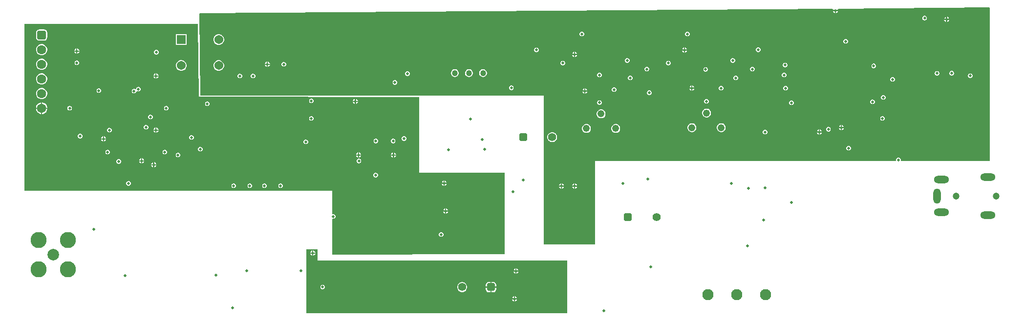
<source format=gbr>
G04*
G04 #@! TF.GenerationSoftware,Altium Limited,Altium Designer,25.5.2 (35)*
G04*
G04 Layer_Physical_Order=3*
G04 Layer_Color=16440176*
%FSLAX44Y44*%
%MOMM*%
G71*
G04*
G04 #@! TF.SameCoordinates,F6FF292E-385D-4CED-94FC-DDC138C61579*
G04*
G04*
G04 #@! TF.FilePolarity,Positive*
G04*
G01*
G75*
%ADD130R,1.5400X1.5400*%
%ADD131C,1.5400*%
%ADD146C,2.8000*%
%ADD147C,1.4000*%
%ADD148C,1.6000*%
%ADD149O,1.3080X2.6160*%
%ADD150C,1.9500*%
G04:AMPARAMS|DCode=151|XSize=1.4mm|YSize=1.4mm|CornerRadius=0.35mm|HoleSize=0mm|Usage=FLASHONLY|Rotation=180.000|XOffset=0mm|YOffset=0mm|HoleType=Round|Shape=RoundedRectangle|*
%AMROUNDEDRECTD151*
21,1,1.4000,0.7000,0,0,180.0*
21,1,0.7000,1.4000,0,0,180.0*
1,1,0.7000,-0.3500,0.3500*
1,1,0.7000,0.3500,0.3500*
1,1,0.7000,0.3500,-0.3500*
1,1,0.7000,-0.3500,-0.3500*
%
%ADD151ROUNDEDRECTD151*%
%ADD153O,2.6160X1.3080*%
%ADD154C,1.2000*%
%ADD155C,1.2220*%
G04:AMPARAMS|DCode=157|XSize=1.6mm|YSize=1.6mm|CornerRadius=0.4mm|HoleSize=0mm|Usage=FLASHONLY|Rotation=270.000|XOffset=0mm|YOffset=0mm|HoleType=Round|Shape=RoundedRectangle|*
%AMROUNDEDRECTD157*
21,1,1.6000,0.8000,0,0,270.0*
21,1,0.8000,1.6000,0,0,270.0*
1,1,0.8000,-0.4000,-0.4000*
1,1,0.8000,-0.4000,0.4000*
1,1,0.8000,0.4000,0.4000*
1,1,0.8000,0.4000,-0.4000*
%
%ADD157ROUNDEDRECTD157*%
%ADD158C,2.0000*%
%ADD159C,1.0300*%
%ADD160C,0.5000*%
G36*
X1937512Y804001D02*
Y538480D01*
X1784070D01*
X1783036Y539966D01*
Y541566D01*
X1782424Y543043D01*
X1781293Y544174D01*
X1779816Y544786D01*
X1778216D01*
X1776739Y544174D01*
X1775608Y543043D01*
X1774996Y541566D01*
Y539966D01*
X1773962Y538480D01*
X1252982D01*
Y393700D01*
X1163828D01*
Y652526D01*
X568809D01*
X567382Y793804D01*
X568450Y794891D01*
X1664646Y803051D01*
X1665625Y801534D01*
X1665340Y800846D01*
X1674252D01*
X1673942Y801596D01*
X1674870Y803127D01*
X1936430Y805074D01*
X1937512Y804001D01*
D02*
G37*
G36*
X566269Y650708D02*
X947928Y649478D01*
Y518160D01*
X1096518D01*
Y378111D01*
X1095435Y377038D01*
X1072845Y377241D01*
X798640Y375925D01*
X797560Y377000D01*
Y437604D01*
X798792Y438428D01*
X800392D01*
X801869Y439040D01*
X803000Y440171D01*
X803612Y441648D01*
Y443248D01*
X803000Y444725D01*
X801869Y445856D01*
X800392Y446468D01*
X798792D01*
X797560Y447291D01*
Y486918D01*
X264160D01*
Y776478D01*
X565150D01*
X566269Y650708D01*
D02*
G37*
G36*
X772160Y365760D02*
X1204976D01*
Y274320D01*
X752856D01*
Y385318D01*
X772160D01*
Y365760D01*
D02*
G37*
%LPC*%
G36*
X1674252Y798846D02*
X1670796D01*
Y795389D01*
X1672345Y796031D01*
X1673611Y797297D01*
X1674252Y798846D01*
D02*
G37*
G36*
X1668796D02*
X1665340D01*
X1665981Y797297D01*
X1667247Y796031D01*
X1668796Y795389D01*
Y798846D01*
D02*
G37*
G36*
X1863328Y789062D02*
Y785606D01*
X1866785D01*
X1866143Y787155D01*
X1864877Y788421D01*
X1863328Y789062D01*
D02*
G37*
G36*
X1861328D02*
X1859779Y788421D01*
X1858513Y787155D01*
X1857872Y785606D01*
X1861328D01*
Y789062D01*
D02*
G37*
G36*
X1825028Y790658D02*
X1823428D01*
X1821951Y790046D01*
X1820820Y788915D01*
X1820208Y787438D01*
Y785838D01*
X1820820Y784361D01*
X1821951Y783230D01*
X1823428Y782618D01*
X1825028D01*
X1826505Y783230D01*
X1827636Y784361D01*
X1828248Y785838D01*
Y787438D01*
X1827636Y788915D01*
X1826505Y790046D01*
X1825028Y790658D01*
D02*
G37*
G36*
X1866785Y783606D02*
X1863328D01*
Y780150D01*
X1864877Y780791D01*
X1866143Y782057D01*
X1866785Y783606D01*
D02*
G37*
G36*
X1861328D02*
X1857872D01*
X1858513Y782057D01*
X1859779Y780791D01*
X1861328Y780150D01*
Y783606D01*
D02*
G37*
G36*
X1414056Y763226D02*
X1412456D01*
X1410979Y762614D01*
X1409848Y761483D01*
X1409236Y760006D01*
Y758406D01*
X1409848Y756929D01*
X1410979Y755798D01*
X1412456Y755186D01*
X1414056D01*
X1415533Y755798D01*
X1416664Y756929D01*
X1417276Y758406D01*
Y760006D01*
X1416664Y761483D01*
X1415533Y762614D01*
X1414056Y763226D01*
D02*
G37*
G36*
X1231176D02*
X1229576D01*
X1228099Y762614D01*
X1226968Y761483D01*
X1226356Y760006D01*
Y758406D01*
X1226968Y756929D01*
X1228099Y755798D01*
X1229576Y755186D01*
X1231176D01*
X1232653Y755798D01*
X1233784Y756929D01*
X1234396Y758406D01*
Y760006D01*
X1233784Y761483D01*
X1232653Y762614D01*
X1231176Y763226D01*
D02*
G37*
G36*
X1688376Y750526D02*
X1686776D01*
X1685299Y749914D01*
X1684168Y748783D01*
X1683556Y747306D01*
Y745706D01*
X1684168Y744229D01*
X1685299Y743098D01*
X1686776Y742486D01*
X1688376D01*
X1689853Y743098D01*
X1690984Y744229D01*
X1691596Y745706D01*
Y747306D01*
X1690984Y748783D01*
X1689853Y749914D01*
X1688376Y750526D01*
D02*
G37*
G36*
X602166Y758668D02*
X599738D01*
X597393Y758040D01*
X595291Y756826D01*
X593574Y755109D01*
X592360Y753007D01*
X591732Y750662D01*
Y748234D01*
X592360Y745889D01*
X593574Y743787D01*
X595291Y742070D01*
X597393Y740856D01*
X599738Y740228D01*
X602166D01*
X604511Y740856D01*
X606613Y742070D01*
X608330Y743787D01*
X609544Y745889D01*
X610172Y748234D01*
Y750662D01*
X609544Y753007D01*
X608330Y755109D01*
X606613Y756826D01*
X604511Y758040D01*
X602166Y758668D01*
D02*
G37*
G36*
X1409176Y735723D02*
Y732266D01*
X1412632D01*
X1411991Y733815D01*
X1410725Y735081D01*
X1409176Y735723D01*
D02*
G37*
G36*
X1407176D02*
X1405627Y735081D01*
X1404361Y733815D01*
X1403719Y732266D01*
X1407176D01*
Y735723D01*
D02*
G37*
G36*
X1536811Y736007D02*
X1535212D01*
X1533734Y735395D01*
X1532603Y734264D01*
X1531991Y732786D01*
Y731187D01*
X1532603Y729709D01*
X1533734Y728579D01*
X1535212Y727967D01*
X1536811D01*
X1538288Y728579D01*
X1539419Y729709D01*
X1540031Y731187D01*
Y732786D01*
X1539419Y734264D01*
X1538288Y735395D01*
X1536811Y736007D01*
D02*
G37*
G36*
X1152436Y735540D02*
X1150836D01*
X1149359Y734928D01*
X1148228Y733797D01*
X1147616Y732320D01*
Y730720D01*
X1148228Y729243D01*
X1149359Y728112D01*
X1150836Y727500D01*
X1152436D01*
X1153913Y728112D01*
X1155044Y729243D01*
X1155656Y730720D01*
Y732320D01*
X1155044Y733797D01*
X1153913Y734928D01*
X1152436Y735540D01*
D02*
G37*
G36*
X1412632Y730266D02*
X1409176D01*
Y726809D01*
X1410725Y727451D01*
X1411991Y728717D01*
X1412632Y730266D01*
D02*
G37*
G36*
X1407176D02*
X1403719D01*
X1404361Y728717D01*
X1405627Y727451D01*
X1407176Y726809D01*
Y730266D01*
D02*
G37*
G36*
X1218676Y728102D02*
Y724646D01*
X1222132D01*
X1221491Y726195D01*
X1220225Y727461D01*
X1218676Y728102D01*
D02*
G37*
G36*
X1216676D02*
X1215127Y727461D01*
X1213861Y726195D01*
X1213220Y724646D01*
X1216676D01*
Y728102D01*
D02*
G37*
G36*
X1222132Y722646D02*
X1218676D01*
Y719190D01*
X1220225Y719831D01*
X1221491Y721097D01*
X1222132Y722646D01*
D02*
G37*
G36*
X1216676D02*
X1213220D01*
X1213861Y721097D01*
X1215127Y719831D01*
X1216676Y719190D01*
Y722646D01*
D02*
G37*
G36*
X1492527Y717243D02*
X1490928D01*
X1489451Y716631D01*
X1488320Y715500D01*
X1487708Y714022D01*
Y712423D01*
X1488320Y710946D01*
X1489451Y709815D01*
X1490928Y709203D01*
X1492527D01*
X1494005Y709815D01*
X1495136Y710946D01*
X1495748Y712423D01*
Y714022D01*
X1495136Y715500D01*
X1494005Y716631D01*
X1492527Y717243D01*
D02*
G37*
G36*
X1309647D02*
X1308048D01*
X1306571Y716631D01*
X1305440Y715500D01*
X1304828Y714022D01*
Y712423D01*
X1305440Y710946D01*
X1306571Y709815D01*
X1308048Y709203D01*
X1309647D01*
X1311125Y709815D01*
X1312256Y710946D01*
X1312868Y712423D01*
Y714022D01*
X1312256Y715500D01*
X1311125Y716631D01*
X1309647Y717243D01*
D02*
G37*
G36*
X686292Y711085D02*
Y707628D01*
X689749D01*
X689107Y709177D01*
X687841Y710443D01*
X686292Y711085D01*
D02*
G37*
G36*
X684292D02*
X682743Y710443D01*
X681477Y709177D01*
X680835Y707628D01*
X684292D01*
Y711085D01*
D02*
G37*
G36*
X1381039Y712640D02*
X1379440D01*
X1377962Y712028D01*
X1376831Y710897D01*
X1376219Y709420D01*
Y707820D01*
X1376831Y706343D01*
X1377962Y705212D01*
X1379440Y704600D01*
X1381039D01*
X1382516Y705212D01*
X1383647Y706343D01*
X1384259Y707820D01*
Y709420D01*
X1383647Y710897D01*
X1382516Y712028D01*
X1381039Y712640D01*
D02*
G37*
G36*
X1198159D02*
X1196560D01*
X1195082Y712028D01*
X1193951Y710897D01*
X1193339Y709420D01*
Y707820D01*
X1193951Y706343D01*
X1195082Y705212D01*
X1196560Y704600D01*
X1198159D01*
X1199636Y705212D01*
X1200767Y706343D01*
X1201379Y707820D01*
Y709420D01*
X1200767Y710897D01*
X1199636Y712028D01*
X1198159Y712640D01*
D02*
G37*
G36*
X714412Y710648D02*
X712812D01*
X711335Y710036D01*
X710204Y708905D01*
X709592Y707428D01*
Y705828D01*
X710204Y704351D01*
X711335Y703220D01*
X712812Y702608D01*
X714412D01*
X715889Y703220D01*
X717020Y704351D01*
X717632Y705828D01*
Y707428D01*
X717020Y708905D01*
X715889Y710036D01*
X714412Y710648D01*
D02*
G37*
G36*
X689749Y705628D02*
X686292D01*
Y702171D01*
X687841Y702813D01*
X689107Y704079D01*
X689749Y705628D01*
D02*
G37*
G36*
X684292D02*
X680835D01*
X681477Y704079D01*
X682743Y702813D01*
X684292Y702171D01*
Y705628D01*
D02*
G37*
G36*
X1583208Y709305D02*
X1581609D01*
X1580132Y708693D01*
X1579001Y707562D01*
X1578389Y706085D01*
Y704485D01*
X1579001Y703008D01*
X1580132Y701877D01*
X1581609Y701265D01*
X1583208D01*
X1584686Y701877D01*
X1585817Y703008D01*
X1586429Y704485D01*
Y706085D01*
X1585817Y707562D01*
X1584686Y708693D01*
X1583208Y709305D01*
D02*
G37*
G36*
X1736788Y707682D02*
X1735189D01*
X1733711Y707069D01*
X1732580Y705939D01*
X1731968Y704461D01*
Y702862D01*
X1732580Y701384D01*
X1733711Y700254D01*
X1735189Y699641D01*
X1736788D01*
X1738266Y700254D01*
X1739396Y701384D01*
X1740008Y702862D01*
Y704461D01*
X1739396Y705939D01*
X1738266Y707069D01*
X1736788Y707682D01*
D02*
G37*
G36*
X602166Y713668D02*
X599738D01*
X597393Y713040D01*
X595291Y711826D01*
X593574Y710109D01*
X592360Y708007D01*
X591732Y705662D01*
Y703234D01*
X592360Y700889D01*
X593574Y698787D01*
X595291Y697070D01*
X597393Y695856D01*
X599738Y695228D01*
X602166D01*
X604511Y695856D01*
X606613Y697070D01*
X608330Y698787D01*
X609544Y700889D01*
X610172Y703234D01*
Y705662D01*
X609544Y708007D01*
X608330Y710109D01*
X606613Y711826D01*
X604511Y713040D01*
X602166Y713668D01*
D02*
G37*
G36*
X1526486Y702326D02*
X1524886D01*
X1523409Y701714D01*
X1522278Y700583D01*
X1521666Y699105D01*
Y697506D01*
X1522278Y696029D01*
X1523409Y694898D01*
X1524886Y694286D01*
X1526486D01*
X1527963Y694898D01*
X1529094Y696029D01*
X1529706Y697506D01*
Y699105D01*
X1529094Y700583D01*
X1527963Y701714D01*
X1526486Y702326D01*
D02*
G37*
G36*
X1343606D02*
X1342007D01*
X1340529Y701714D01*
X1339398Y700583D01*
X1338786Y699105D01*
Y697506D01*
X1339398Y696029D01*
X1340529Y694898D01*
X1342007Y694286D01*
X1343606D01*
X1345083Y694898D01*
X1346214Y696029D01*
X1346826Y697506D01*
Y699105D01*
X1346214Y700583D01*
X1345083Y701714D01*
X1343606Y702326D01*
D02*
G37*
G36*
X1445570Y701566D02*
X1443971D01*
X1442493Y700954D01*
X1441362Y699823D01*
X1440750Y698346D01*
Y696747D01*
X1441362Y695269D01*
X1442493Y694138D01*
X1443971Y693526D01*
X1445570D01*
X1447047Y694138D01*
X1448178Y695269D01*
X1448790Y696747D01*
Y698346D01*
X1448178Y699823D01*
X1447047Y700954D01*
X1445570Y701566D01*
D02*
G37*
G36*
X1871914Y694994D02*
X1870315D01*
X1868837Y694382D01*
X1867706Y693251D01*
X1867094Y691774D01*
Y690175D01*
X1867706Y688697D01*
X1868837Y687566D01*
X1870315Y686954D01*
X1871914D01*
X1873392Y687566D01*
X1874522Y688697D01*
X1875134Y690175D01*
Y691774D01*
X1874522Y693251D01*
X1873392Y694382D01*
X1871914Y694994D01*
D02*
G37*
G36*
X1846618Y694900D02*
X1845018D01*
X1843541Y694288D01*
X1842410Y693157D01*
X1841798Y691680D01*
Y690080D01*
X1842410Y688603D01*
X1843541Y687472D01*
X1845018Y686860D01*
X1846618D01*
X1848095Y687472D01*
X1849226Y688603D01*
X1849838Y690080D01*
Y691680D01*
X1849226Y693157D01*
X1848095Y694288D01*
X1846618Y694900D01*
D02*
G37*
G36*
X928931Y694395D02*
X927332D01*
X925854Y693783D01*
X924724Y692653D01*
X924111Y691175D01*
Y689576D01*
X924724Y688098D01*
X925854Y686967D01*
X927332Y686355D01*
X928931D01*
X930409Y686967D01*
X931540Y688098D01*
X932151Y689576D01*
Y691175D01*
X931540Y692653D01*
X930409Y693783D01*
X928931Y694395D01*
D02*
G37*
G36*
X1059836Y698061D02*
X1058079D01*
X1056383Y697607D01*
X1054862Y696729D01*
X1053620Y695487D01*
X1052742Y693966D01*
X1052288Y692270D01*
Y690513D01*
X1052742Y688817D01*
X1053620Y687296D01*
X1054862Y686054D01*
X1056383Y685176D01*
X1058079Y684721D01*
X1059836D01*
X1061532Y685176D01*
X1063053Y686054D01*
X1064295Y687296D01*
X1065173Y688817D01*
X1065628Y690513D01*
Y692270D01*
X1065173Y693966D01*
X1064295Y695487D01*
X1063053Y696729D01*
X1061532Y697607D01*
X1059836Y698061D01*
D02*
G37*
G36*
X1035436D02*
X1033679D01*
X1031983Y697607D01*
X1030462Y696729D01*
X1029220Y695487D01*
X1028342Y693966D01*
X1027887Y692270D01*
Y690513D01*
X1028342Y688817D01*
X1029220Y687296D01*
X1030462Y686054D01*
X1031983Y685176D01*
X1033679Y684721D01*
X1035436D01*
X1037132Y685176D01*
X1038653Y686054D01*
X1039895Y687296D01*
X1040773Y688817D01*
X1041227Y690513D01*
Y692270D01*
X1040773Y693966D01*
X1039895Y695487D01*
X1038653Y696729D01*
X1037132Y697607D01*
X1035436Y698061D01*
D02*
G37*
G36*
X1011036D02*
X1009279D01*
X1007583Y697607D01*
X1006062Y696729D01*
X1004820Y695487D01*
X1003942Y693966D01*
X1003487Y692270D01*
Y690513D01*
X1003942Y688817D01*
X1004820Y687296D01*
X1006062Y686054D01*
X1007583Y685176D01*
X1009279Y684721D01*
X1011036D01*
X1012732Y685176D01*
X1014253Y686054D01*
X1015495Y687296D01*
X1016373Y688817D01*
X1016827Y690513D01*
Y692270D01*
X1016373Y693966D01*
X1015495Y695487D01*
X1014253Y696729D01*
X1012732Y697607D01*
X1011036Y698061D01*
D02*
G37*
G36*
X1581696Y692106D02*
X1580096D01*
X1578619Y691494D01*
X1577488Y690363D01*
X1576876Y688886D01*
Y687286D01*
X1577488Y685809D01*
X1578619Y684678D01*
X1580096Y684066D01*
X1581696D01*
X1583173Y684678D01*
X1584304Y685809D01*
X1584916Y687286D01*
Y688886D01*
X1584304Y690363D01*
X1583173Y691494D01*
X1581696Y692106D01*
D02*
G37*
G36*
X1261656D02*
X1260056D01*
X1258579Y691494D01*
X1257448Y690363D01*
X1256836Y688886D01*
Y687286D01*
X1257448Y685809D01*
X1258579Y684678D01*
X1260056Y684066D01*
X1261656D01*
X1263133Y684678D01*
X1264264Y685809D01*
X1264876Y687286D01*
Y688886D01*
X1264264Y690363D01*
X1263133Y691494D01*
X1261656Y692106D01*
D02*
G37*
G36*
X1904022Y690582D02*
X1902422D01*
X1900945Y689970D01*
X1899814Y688839D01*
X1899202Y687362D01*
Y685762D01*
X1899814Y684285D01*
X1900945Y683154D01*
X1902422Y682542D01*
X1904022D01*
X1905499Y683154D01*
X1906630Y684285D01*
X1907242Y685762D01*
Y687362D01*
X1906630Y688839D01*
X1905499Y689970D01*
X1904022Y690582D01*
D02*
G37*
G36*
X661072Y690328D02*
X659472D01*
X657995Y689716D01*
X656864Y688585D01*
X656252Y687108D01*
Y685508D01*
X656864Y684031D01*
X657995Y682900D01*
X659472Y682288D01*
X661072D01*
X662549Y682900D01*
X663680Y684031D01*
X664292Y685508D01*
Y687108D01*
X663680Y688585D01*
X662549Y689716D01*
X661072Y690328D01*
D02*
G37*
G36*
X638212D02*
X636612D01*
X635135Y689716D01*
X634004Y688585D01*
X633392Y687108D01*
Y685508D01*
X634004Y684031D01*
X635135Y682900D01*
X636612Y682288D01*
X638212D01*
X639689Y682900D01*
X640820Y684031D01*
X641432Y685508D01*
Y687108D01*
X640820Y688585D01*
X639689Y689716D01*
X638212Y690328D01*
D02*
G37*
G36*
X1497876Y687026D02*
X1496276D01*
X1494799Y686414D01*
X1493668Y685283D01*
X1493056Y683806D01*
Y682206D01*
X1493668Y680729D01*
X1494799Y679598D01*
X1496276Y678986D01*
X1497876D01*
X1499353Y679598D01*
X1500484Y680729D01*
X1501096Y682206D01*
Y683806D01*
X1500484Y685283D01*
X1499353Y686414D01*
X1497876Y687026D01*
D02*
G37*
G36*
X1314996D02*
X1313396D01*
X1311919Y686414D01*
X1310788Y685283D01*
X1310176Y683806D01*
Y682206D01*
X1310788Y680729D01*
X1311919Y679598D01*
X1313396Y678986D01*
X1314996D01*
X1316473Y679598D01*
X1317604Y680729D01*
X1318216Y682206D01*
Y683806D01*
X1317604Y685283D01*
X1316473Y686414D01*
X1314996Y687026D01*
D02*
G37*
G36*
X1769656Y684486D02*
X1768056D01*
X1766579Y683874D01*
X1765448Y682743D01*
X1764836Y681266D01*
Y679666D01*
X1765448Y678189D01*
X1766579Y677058D01*
X1768056Y676446D01*
X1769656D01*
X1771133Y677058D01*
X1772264Y678189D01*
X1772876Y679666D01*
Y681266D01*
X1772264Y682743D01*
X1771133Y683874D01*
X1769656Y684486D01*
D02*
G37*
G36*
X907087Y679155D02*
X905488D01*
X904010Y678543D01*
X902879Y677412D01*
X902268Y675935D01*
Y674336D01*
X902879Y672858D01*
X904010Y671727D01*
X905488Y671115D01*
X907087D01*
X908565Y671727D01*
X909696Y672858D01*
X910307Y674336D01*
Y675935D01*
X909696Y677412D01*
X908565Y678543D01*
X907087Y679155D01*
D02*
G37*
G36*
X1421876Y669682D02*
Y666226D01*
X1425332D01*
X1424691Y667775D01*
X1423425Y669041D01*
X1421876Y669682D01*
D02*
G37*
G36*
X1419876D02*
X1418327Y669041D01*
X1417061Y667775D01*
X1416420Y666226D01*
X1419876D01*
Y669682D01*
D02*
G37*
G36*
X1108873Y669695D02*
X1107273D01*
X1105796Y669083D01*
X1104665Y667952D01*
X1104053Y666475D01*
Y664876D01*
X1104665Y663398D01*
X1105796Y662267D01*
X1107273Y661655D01*
X1108873D01*
X1110350Y662267D01*
X1111481Y663398D01*
X1112093Y664876D01*
Y666475D01*
X1111481Y667952D01*
X1110350Y669083D01*
X1108873Y669695D01*
D02*
G37*
G36*
X1584236Y669246D02*
X1582636D01*
X1581159Y668634D01*
X1580028Y667503D01*
X1579416Y666026D01*
Y664426D01*
X1580028Y662949D01*
X1581159Y661818D01*
X1582636Y661206D01*
X1584236D01*
X1585713Y661818D01*
X1586844Y662949D01*
X1587456Y664426D01*
Y666026D01*
X1586844Y667503D01*
X1585713Y668634D01*
X1584236Y669246D01*
D02*
G37*
G36*
X1472476D02*
X1470876D01*
X1469399Y668634D01*
X1468268Y667503D01*
X1467656Y666026D01*
Y664426D01*
X1468268Y662949D01*
X1469399Y661818D01*
X1470876Y661206D01*
X1472476D01*
X1473953Y661818D01*
X1475084Y662949D01*
X1475696Y664426D01*
Y666026D01*
X1475084Y667503D01*
X1473953Y668634D01*
X1472476Y669246D01*
D02*
G37*
G36*
X1236456Y664603D02*
Y661146D01*
X1239912D01*
X1239271Y662695D01*
X1238005Y663961D01*
X1236456Y664603D01*
D02*
G37*
G36*
X1234456D02*
X1232907Y663961D01*
X1231641Y662695D01*
X1231000Y661146D01*
X1234456D01*
Y664603D01*
D02*
G37*
G36*
X1425332Y664226D02*
X1421876D01*
Y660770D01*
X1423425Y661411D01*
X1424691Y662677D01*
X1425332Y664226D01*
D02*
G37*
G36*
X1419876D02*
X1416420D01*
X1417061Y662677D01*
X1418327Y661411D01*
X1419876Y660770D01*
Y664226D01*
D02*
G37*
G36*
X1287056Y666706D02*
X1285456D01*
X1283979Y666094D01*
X1282848Y664963D01*
X1282236Y663486D01*
Y661886D01*
X1282848Y660409D01*
X1283979Y659278D01*
X1285456Y658666D01*
X1287056D01*
X1288533Y659278D01*
X1289664Y660409D01*
X1290276Y661886D01*
Y663486D01*
X1289664Y664963D01*
X1288533Y666094D01*
X1287056Y666706D01*
D02*
G37*
G36*
X1239912Y659146D02*
X1236456D01*
Y655689D01*
X1238005Y656331D01*
X1239271Y657597D01*
X1239912Y659146D01*
D02*
G37*
G36*
X1234456D02*
X1231000D01*
X1231641Y657597D01*
X1232907Y656331D01*
X1234456Y655689D01*
Y659146D01*
D02*
G37*
G36*
X1347762Y661118D02*
X1346162D01*
X1344685Y660506D01*
X1343554Y659375D01*
X1342942Y657898D01*
Y656298D01*
X1343554Y654821D01*
X1344685Y653690D01*
X1346162Y653078D01*
X1347762D01*
X1349239Y653690D01*
X1350370Y654821D01*
X1350982Y656298D01*
Y657898D01*
X1350370Y659375D01*
X1349239Y660506D01*
X1347762Y661118D01*
D02*
G37*
G36*
X1753402Y653074D02*
X1751803D01*
X1750325Y652462D01*
X1749195Y651331D01*
X1748583Y649854D01*
Y648254D01*
X1749195Y646777D01*
X1750325Y645646D01*
X1751803Y645034D01*
X1753402D01*
X1754880Y645646D01*
X1756011Y646777D01*
X1756623Y648254D01*
Y649854D01*
X1756011Y651331D01*
X1754880Y652462D01*
X1753402Y653074D01*
D02*
G37*
G36*
X1447076Y646386D02*
X1445476D01*
X1443999Y645774D01*
X1442868Y644643D01*
X1442256Y643166D01*
Y641566D01*
X1442868Y640089D01*
X1443999Y638958D01*
X1445476Y638346D01*
X1447076D01*
X1448553Y638958D01*
X1449684Y640089D01*
X1450296Y641566D01*
Y643166D01*
X1449684Y644643D01*
X1448553Y645774D01*
X1447076Y646386D01*
D02*
G37*
G36*
X1734638Y645434D02*
X1733039D01*
X1731561Y644822D01*
X1730430Y643691D01*
X1729819Y642214D01*
Y640615D01*
X1730430Y639137D01*
X1731561Y638006D01*
X1733039Y637394D01*
X1734638D01*
X1736116Y638006D01*
X1737247Y639137D01*
X1737859Y640615D01*
Y642214D01*
X1737247Y643691D01*
X1736116Y644822D01*
X1734638Y645434D01*
D02*
G37*
G36*
X1261638Y644016D02*
X1260038D01*
X1258561Y643404D01*
X1257430Y642273D01*
X1256818Y640796D01*
Y639196D01*
X1257430Y637719D01*
X1258561Y636588D01*
X1260038Y635976D01*
X1261638D01*
X1263115Y636588D01*
X1264246Y637719D01*
X1264858Y639196D01*
Y640796D01*
X1264246Y642273D01*
X1263115Y643404D01*
X1261638Y644016D01*
D02*
G37*
G36*
X1594396Y643846D02*
X1592796D01*
X1591319Y643234D01*
X1590188Y642103D01*
X1589576Y640626D01*
Y639026D01*
X1590188Y637549D01*
X1591319Y636418D01*
X1592796Y635806D01*
X1594396D01*
X1595873Y636418D01*
X1597004Y637549D01*
X1597616Y639026D01*
Y640626D01*
X1597004Y642103D01*
X1595873Y643234D01*
X1594396Y643846D01*
D02*
G37*
G36*
X1447280Y629676D02*
X1445271D01*
X1443331Y629156D01*
X1441591Y628152D01*
X1440170Y626731D01*
X1439166Y624991D01*
X1438646Y623050D01*
Y621041D01*
X1439166Y619101D01*
X1440170Y617361D01*
X1441591Y615941D01*
X1443331Y614936D01*
X1445271Y614416D01*
X1447280D01*
X1449221Y614936D01*
X1450961Y615941D01*
X1452381Y617361D01*
X1453386Y619101D01*
X1453906Y621041D01*
Y623050D01*
X1453386Y624991D01*
X1452381Y626731D01*
X1450961Y628152D01*
X1449221Y629156D01*
X1447280Y629676D01*
D02*
G37*
G36*
X1264654Y628152D02*
X1262645D01*
X1260705Y627632D01*
X1258965Y626628D01*
X1257544Y625207D01*
X1256540Y623467D01*
X1256020Y621526D01*
Y619518D01*
X1256540Y617577D01*
X1257544Y615837D01*
X1258965Y614417D01*
X1260705Y613412D01*
X1262645Y612892D01*
X1264654D01*
X1266595Y613412D01*
X1268335Y614417D01*
X1269755Y615837D01*
X1270760Y617577D01*
X1271280Y619518D01*
Y621526D01*
X1270760Y623467D01*
X1269755Y625207D01*
X1268335Y626628D01*
X1266595Y627632D01*
X1264654Y628152D01*
D02*
G37*
G36*
X1752130Y616668D02*
X1750530D01*
X1749053Y616056D01*
X1747922Y614925D01*
X1747310Y613448D01*
Y611848D01*
X1747922Y610371D01*
X1749053Y609240D01*
X1750530Y608628D01*
X1752130D01*
X1753607Y609240D01*
X1754738Y610371D01*
X1755350Y611848D01*
Y613448D01*
X1754738Y614925D01*
X1753607Y616056D01*
X1752130Y616668D01*
D02*
G37*
G36*
X1680956Y601102D02*
Y597646D01*
X1684413D01*
X1683771Y599195D01*
X1682505Y600461D01*
X1680956Y601102D01*
D02*
G37*
G36*
X1678956D02*
X1677407Y600461D01*
X1676141Y599195D01*
X1675500Y597646D01*
X1678956D01*
Y601102D01*
D02*
G37*
G36*
X1684413Y595646D02*
X1680956D01*
Y592189D01*
X1682505Y592831D01*
X1683771Y594097D01*
X1684413Y595646D01*
D02*
G37*
G36*
X1678956D02*
X1675500D01*
X1676141Y594097D01*
X1677407Y592831D01*
X1678956Y592189D01*
Y595646D01*
D02*
G37*
G36*
X1642856Y593483D02*
Y590026D01*
X1646313D01*
X1645671Y591575D01*
X1644405Y592841D01*
X1642856Y593483D01*
D02*
G37*
G36*
X1640856D02*
X1639307Y592841D01*
X1638041Y591575D01*
X1637399Y590026D01*
X1640856D01*
Y593483D01*
D02*
G37*
G36*
X1658377Y597862D02*
X1656778D01*
X1655301Y597250D01*
X1654170Y596119D01*
X1653558Y594641D01*
Y593042D01*
X1654170Y591564D01*
X1655301Y590434D01*
X1656778Y589822D01*
X1658377D01*
X1659855Y590434D01*
X1660986Y591564D01*
X1661598Y593042D01*
Y594641D01*
X1660986Y596119D01*
X1659855Y597250D01*
X1658377Y597862D01*
D02*
G37*
G36*
X1472681Y604276D02*
X1470672D01*
X1468731Y603756D01*
X1466991Y602752D01*
X1465571Y601331D01*
X1464566Y599591D01*
X1464046Y597650D01*
Y595642D01*
X1464566Y593701D01*
X1465571Y591961D01*
X1466991Y590541D01*
X1468731Y589536D01*
X1470672Y589016D01*
X1472681D01*
X1474621Y589536D01*
X1476361Y590541D01*
X1477782Y591961D01*
X1478786Y593701D01*
X1479306Y595642D01*
Y597650D01*
X1478786Y599591D01*
X1477782Y601331D01*
X1476361Y602752D01*
X1474621Y603756D01*
X1472681Y604276D01*
D02*
G37*
G36*
X1421880D02*
X1419872D01*
X1417931Y603756D01*
X1416191Y602752D01*
X1414771Y601331D01*
X1413766Y599591D01*
X1413246Y597650D01*
Y595642D01*
X1413766Y593701D01*
X1414771Y591961D01*
X1416191Y590541D01*
X1417931Y589536D01*
X1419872Y589016D01*
X1421880D01*
X1423821Y589536D01*
X1425561Y590541D01*
X1426982Y591961D01*
X1427986Y593701D01*
X1428506Y595642D01*
Y597650D01*
X1427986Y599591D01*
X1426982Y601331D01*
X1425561Y602752D01*
X1423821Y603756D01*
X1421880Y604276D01*
D02*
G37*
G36*
X1290054Y602752D02*
X1288046D01*
X1286105Y602232D01*
X1284365Y601227D01*
X1282944Y599807D01*
X1281940Y598067D01*
X1281420Y596127D01*
Y594118D01*
X1281940Y592177D01*
X1282944Y590437D01*
X1284365Y589016D01*
X1286105Y588012D01*
X1288046Y587492D01*
X1290054D01*
X1291995Y588012D01*
X1293735Y589016D01*
X1295155Y590437D01*
X1296160Y592177D01*
X1296680Y594118D01*
Y596127D01*
X1296160Y598067D01*
X1295155Y599807D01*
X1293735Y601227D01*
X1291995Y602232D01*
X1290054Y602752D01*
D02*
G37*
G36*
X1239255D02*
X1237245D01*
X1235305Y602232D01*
X1233565Y601227D01*
X1232144Y599807D01*
X1231140Y598067D01*
X1230620Y596127D01*
Y594118D01*
X1231140Y592177D01*
X1232144Y590437D01*
X1233565Y589016D01*
X1235305Y588012D01*
X1237245Y587492D01*
X1239255D01*
X1241195Y588012D01*
X1242935Y589016D01*
X1244355Y590437D01*
X1245360Y592177D01*
X1245880Y594118D01*
Y596127D01*
X1245360Y598067D01*
X1244355Y599807D01*
X1242935Y601227D01*
X1241195Y602232D01*
X1239255Y602752D01*
D02*
G37*
G36*
X1548676Y593046D02*
X1547076D01*
X1545599Y592434D01*
X1544468Y591303D01*
X1543856Y589826D01*
Y588226D01*
X1544468Y586749D01*
X1545599Y585618D01*
X1547076Y585006D01*
X1548676D01*
X1550153Y585618D01*
X1551284Y586749D01*
X1551896Y588226D01*
Y589826D01*
X1551284Y591303D01*
X1550153Y592434D01*
X1548676Y593046D01*
D02*
G37*
G36*
X1646313Y588026D02*
X1642856D01*
Y584570D01*
X1644405Y585211D01*
X1645671Y586477D01*
X1646313Y588026D01*
D02*
G37*
G36*
X1640856D02*
X1637399D01*
X1638041Y586477D01*
X1639307Y585211D01*
X1640856Y584570D01*
Y588026D01*
D02*
G37*
G36*
X1180118Y588642D02*
X1177874D01*
X1175707Y588061D01*
X1173765Y586940D01*
X1172178Y585353D01*
X1171057Y583410D01*
X1170476Y581244D01*
Y579000D01*
X1171057Y576833D01*
X1172178Y574891D01*
X1173765Y573304D01*
X1175707Y572183D01*
X1177874Y571602D01*
X1180118D01*
X1182285Y572183D01*
X1184227Y573304D01*
X1185814Y574891D01*
X1186935Y576833D01*
X1187516Y579000D01*
Y581244D01*
X1186935Y583410D01*
X1185814Y585353D01*
X1184227Y586940D01*
X1182285Y588061D01*
X1180118Y588642D01*
D02*
G37*
G36*
X1693456Y565106D02*
X1691856D01*
X1690379Y564494D01*
X1689248Y563363D01*
X1688636Y561886D01*
Y560286D01*
X1689248Y558809D01*
X1690379Y557678D01*
X1691856Y557066D01*
X1693456D01*
X1694933Y557678D01*
X1696064Y558809D01*
X1696676Y560286D01*
Y561886D01*
X1696064Y563363D01*
X1694933Y564494D01*
X1693456Y565106D01*
D02*
G37*
G36*
X1218683Y499632D02*
Y496176D01*
X1222139D01*
X1221498Y497725D01*
X1220232Y498991D01*
X1218683Y499632D01*
D02*
G37*
G36*
X1216683D02*
X1215134Y498991D01*
X1213868Y497725D01*
X1213226Y496176D01*
X1216683D01*
Y499632D01*
D02*
G37*
G36*
X1195823D02*
Y496176D01*
X1199279D01*
X1198638Y497725D01*
X1197372Y498991D01*
X1195823Y499632D01*
D02*
G37*
G36*
X1193823D02*
X1192274Y498991D01*
X1191008Y497725D01*
X1190366Y496176D01*
X1193823D01*
Y499632D01*
D02*
G37*
G36*
X1222139Y494176D02*
X1218683D01*
Y490719D01*
X1220232Y491361D01*
X1221498Y492627D01*
X1222139Y494176D01*
D02*
G37*
G36*
X1216683D02*
X1213226D01*
X1213868Y492627D01*
X1215134Y491361D01*
X1216683Y490719D01*
Y494176D01*
D02*
G37*
G36*
X1199279D02*
X1195823D01*
Y490719D01*
X1197372Y491361D01*
X1198638Y492627D01*
X1199279Y494176D01*
D02*
G37*
G36*
X1193823D02*
X1190366D01*
X1191008Y492627D01*
X1192274Y491361D01*
X1193823Y490719D01*
Y494176D01*
D02*
G37*
G36*
X298132Y767056D02*
X290132D01*
X287978Y766628D01*
X286152Y765408D01*
X284932Y763582D01*
X284504Y761428D01*
Y753428D01*
X284932Y751274D01*
X286152Y749448D01*
X287978Y748228D01*
X290132Y747800D01*
X298132D01*
X300286Y748228D01*
X302112Y749448D01*
X303332Y751274D01*
X303760Y753428D01*
Y761428D01*
X303332Y763582D01*
X302112Y765408D01*
X300286Y766628D01*
X298132Y767056D01*
D02*
G37*
G36*
X545172Y758668D02*
X526732D01*
Y740228D01*
X545172D01*
Y758668D01*
D02*
G37*
G36*
X356092Y733944D02*
Y730488D01*
X359548D01*
X358907Y732037D01*
X357641Y733303D01*
X356092Y733944D01*
D02*
G37*
G36*
X354092D02*
X352543Y733303D01*
X351277Y732037D01*
X350635Y730488D01*
X354092D01*
Y733944D01*
D02*
G37*
G36*
X359548Y728488D02*
X356092D01*
Y725032D01*
X357641Y725673D01*
X358907Y726939D01*
X359548Y728488D01*
D02*
G37*
G36*
X354092D02*
X350635D01*
X351277Y726939D01*
X352543Y725673D01*
X354092Y725032D01*
Y728488D01*
D02*
G37*
G36*
X493738Y731549D02*
X492138D01*
X490661Y730937D01*
X489530Y729806D01*
X488918Y728328D01*
Y726729D01*
X489530Y725252D01*
X490661Y724121D01*
X492138Y723509D01*
X493738D01*
X495215Y724121D01*
X496346Y725252D01*
X496958Y726729D01*
Y728328D01*
X496346Y729806D01*
X495215Y730937D01*
X493738Y731549D01*
D02*
G37*
G36*
X295385Y741548D02*
X292879D01*
X290457Y740899D01*
X288287Y739646D01*
X286514Y737873D01*
X285261Y735703D01*
X284612Y733281D01*
Y730775D01*
X285261Y728353D01*
X286514Y726183D01*
X288287Y724410D01*
X290457Y723157D01*
X292879Y722508D01*
X295385D01*
X297807Y723157D01*
X299977Y724410D01*
X301750Y726183D01*
X303003Y728353D01*
X303652Y730775D01*
Y733281D01*
X303003Y735703D01*
X301750Y737873D01*
X299977Y739646D01*
X297807Y740899D01*
X295385Y741548D01*
D02*
G37*
G36*
X355892Y713188D02*
X354292D01*
X352815Y712576D01*
X351684Y711445D01*
X351072Y709968D01*
Y708368D01*
X351684Y706891D01*
X352815Y705760D01*
X354292Y705148D01*
X355892D01*
X357369Y705760D01*
X358500Y706891D01*
X359112Y708368D01*
Y709968D01*
X358500Y711445D01*
X357369Y712576D01*
X355892Y713188D01*
D02*
G37*
G36*
X295385Y716148D02*
X292879D01*
X290457Y715499D01*
X288287Y714246D01*
X286514Y712473D01*
X285261Y710303D01*
X284612Y707881D01*
Y705375D01*
X285261Y702953D01*
X286514Y700783D01*
X288287Y699010D01*
X290457Y697757D01*
X292879Y697108D01*
X295385D01*
X297807Y697757D01*
X299977Y699010D01*
X301750Y700783D01*
X303003Y702953D01*
X303652Y705375D01*
Y707881D01*
X303003Y710303D01*
X301750Y712473D01*
X299977Y714246D01*
X297807Y715499D01*
X295385Y716148D01*
D02*
G37*
G36*
X537166Y713668D02*
X534738D01*
X532393Y713040D01*
X530291Y711826D01*
X528574Y710109D01*
X527360Y708007D01*
X526732Y705662D01*
Y703234D01*
X527360Y700889D01*
X528574Y698787D01*
X530291Y697070D01*
X532393Y695856D01*
X534738Y695228D01*
X537166D01*
X539511Y695856D01*
X541613Y697070D01*
X543330Y698787D01*
X544544Y700889D01*
X545172Y703234D01*
Y705662D01*
X544544Y708007D01*
X543330Y710109D01*
X541613Y711826D01*
X539511Y713040D01*
X537166Y713668D01*
D02*
G37*
G36*
X493252Y690764D02*
Y687308D01*
X496708D01*
X496067Y688857D01*
X494801Y690123D01*
X493252Y690764D01*
D02*
G37*
G36*
X491252D02*
X489703Y690123D01*
X488437Y688857D01*
X487795Y687308D01*
X491252D01*
Y690764D01*
D02*
G37*
G36*
X496708Y685308D02*
X493252D01*
Y681852D01*
X494801Y682493D01*
X496067Y683759D01*
X496708Y685308D01*
D02*
G37*
G36*
X491252D02*
X487795D01*
X488437Y683759D01*
X489703Y682493D01*
X491252Y681852D01*
Y685308D01*
D02*
G37*
G36*
X295385Y690748D02*
X292879D01*
X290457Y690099D01*
X288287Y688846D01*
X286514Y687073D01*
X285261Y684903D01*
X284612Y682481D01*
Y679975D01*
X285261Y677553D01*
X286514Y675383D01*
X288287Y673610D01*
X290457Y672357D01*
X292879Y671708D01*
X295385D01*
X297807Y672357D01*
X299977Y673610D01*
X301750Y675383D01*
X303003Y677553D01*
X303652Y679975D01*
Y682481D01*
X303003Y684903D01*
X301750Y687073D01*
X299977Y688846D01*
X297807Y690099D01*
X295385Y690748D01*
D02*
G37*
G36*
X462572Y667468D02*
X460972D01*
X459495Y666856D01*
X458364Y665725D01*
X457752Y664248D01*
X457649Y664187D01*
X456228Y663613D01*
X455005Y664119D01*
X453406D01*
X451928Y663507D01*
X450798Y662376D01*
X450186Y660899D01*
Y659299D01*
X450798Y657822D01*
X451928Y656691D01*
X453406Y656079D01*
X455005D01*
X456483Y656691D01*
X457614Y657822D01*
X458226Y659299D01*
X458329Y659360D01*
X459750Y659934D01*
X460972Y659428D01*
X462572D01*
X464049Y660040D01*
X465180Y661171D01*
X465792Y662648D01*
Y664248D01*
X465180Y665725D01*
X464049Y666856D01*
X462572Y667468D01*
D02*
G37*
G36*
X393992Y664928D02*
X392392D01*
X390915Y664316D01*
X389784Y663185D01*
X389172Y661708D01*
Y660108D01*
X389784Y658631D01*
X390915Y657500D01*
X392392Y656888D01*
X393992D01*
X395469Y657500D01*
X396600Y658631D01*
X397212Y660108D01*
Y661708D01*
X396600Y663185D01*
X395469Y664316D01*
X393992Y664928D01*
D02*
G37*
G36*
X295385Y665348D02*
X292879D01*
X290457Y664699D01*
X288287Y663446D01*
X286514Y661673D01*
X285261Y659503D01*
X284612Y657081D01*
Y654575D01*
X285261Y652153D01*
X286514Y649983D01*
X288287Y648210D01*
X290457Y646957D01*
X292879Y646308D01*
X295385D01*
X297807Y646957D01*
X299977Y648210D01*
X301750Y649983D01*
X303003Y652153D01*
X303652Y654575D01*
Y657081D01*
X303003Y659503D01*
X301750Y661673D01*
X299977Y663446D01*
X297807Y664699D01*
X295385Y665348D01*
D02*
G37*
G36*
X838708Y646572D02*
Y643115D01*
X842164D01*
X841522Y644664D01*
X840257Y645930D01*
X838708Y646572D01*
D02*
G37*
G36*
X836708D02*
X835158Y645930D01*
X833893Y644664D01*
X833251Y643115D01*
X836708D01*
Y646572D01*
D02*
G37*
G36*
X762292Y647148D02*
X760692D01*
X759215Y646536D01*
X758084Y645405D01*
X757472Y643928D01*
Y642328D01*
X758084Y640851D01*
X759215Y639720D01*
X760692Y639108D01*
X762292D01*
X763769Y639720D01*
X764900Y640851D01*
X765512Y642328D01*
Y643928D01*
X764900Y645405D01*
X763769Y646536D01*
X762292Y647148D01*
D02*
G37*
G36*
X842164Y641115D02*
X838708D01*
Y637659D01*
X840257Y638301D01*
X841522Y639566D01*
X842164Y641115D01*
D02*
G37*
G36*
X836708D02*
X833251D01*
X833893Y639566D01*
X835158Y638301D01*
X836708Y637659D01*
Y641115D01*
D02*
G37*
G36*
X581952Y642068D02*
X580352D01*
X578875Y641456D01*
X577744Y640325D01*
X577132Y638848D01*
Y637248D01*
X577744Y635771D01*
X578875Y634640D01*
X580352Y634028D01*
X581952D01*
X583429Y634640D01*
X584560Y635771D01*
X585172Y637248D01*
Y638848D01*
X584560Y640325D01*
X583429Y641456D01*
X581952Y642068D01*
D02*
G37*
G36*
X295448Y640428D02*
X295132D01*
Y631428D01*
X304132D01*
Y631744D01*
X303451Y634288D01*
X302134Y636568D01*
X300272Y638430D01*
X297992Y639747D01*
X295448Y640428D01*
D02*
G37*
G36*
X293132D02*
X292815D01*
X290272Y639747D01*
X287992Y638430D01*
X286130Y636568D01*
X284813Y634288D01*
X284132Y631744D01*
Y631428D01*
X293132D01*
Y640428D01*
D02*
G37*
G36*
X510832Y634448D02*
X509232D01*
X507755Y633836D01*
X506624Y632705D01*
X506012Y631228D01*
Y629628D01*
X506624Y628151D01*
X507755Y627020D01*
X509232Y626408D01*
X510832D01*
X512309Y627020D01*
X513440Y628151D01*
X514052Y629628D01*
Y631228D01*
X513440Y632705D01*
X512309Y633836D01*
X510832Y634448D01*
D02*
G37*
G36*
X343352D02*
X341752D01*
X340275Y633836D01*
X339144Y632705D01*
X338532Y631228D01*
Y629628D01*
X339144Y628151D01*
X340275Y627020D01*
X341752Y626408D01*
X343352D01*
X344829Y627020D01*
X345960Y628151D01*
X346572Y629628D01*
Y631228D01*
X345960Y632705D01*
X344829Y633836D01*
X343352Y634448D01*
D02*
G37*
G36*
X304132Y629428D02*
X295132D01*
Y620428D01*
X295448D01*
X297992Y621110D01*
X300272Y622426D01*
X302134Y624288D01*
X303451Y626568D01*
X304132Y629112D01*
Y629428D01*
D02*
G37*
G36*
X293132D02*
X284132D01*
Y629112D01*
X284813Y626568D01*
X286130Y624288D01*
X287992Y622426D01*
X290272Y621110D01*
X292815Y620428D01*
X293132D01*
Y629428D01*
D02*
G37*
G36*
X483272Y619208D02*
X481672D01*
X480195Y618596D01*
X479064Y617465D01*
X478452Y615988D01*
Y614388D01*
X479064Y612911D01*
X480195Y611780D01*
X481672Y611168D01*
X483272D01*
X484749Y611780D01*
X485880Y612911D01*
X486492Y614388D01*
Y615988D01*
X485880Y617465D01*
X484749Y618596D01*
X483272Y619208D01*
D02*
G37*
G36*
X762292Y616668D02*
X760692D01*
X759215Y616056D01*
X758084Y614925D01*
X757472Y613448D01*
Y611848D01*
X758084Y610371D01*
X759215Y609240D01*
X760692Y608628D01*
X762292D01*
X763769Y609240D01*
X764900Y610371D01*
X765512Y611848D01*
Y613448D01*
X764900Y614925D01*
X763769Y616056D01*
X762292Y616668D01*
D02*
G37*
G36*
X475652Y601428D02*
X474052D01*
X472575Y600816D01*
X471444Y599685D01*
X470832Y598208D01*
Y596608D01*
X471444Y595131D01*
X472575Y594000D01*
X474052Y593388D01*
X475652D01*
X477129Y594000D01*
X478260Y595131D01*
X478872Y596608D01*
Y598208D01*
X478260Y599685D01*
X477129Y600816D01*
X475652Y601428D01*
D02*
G37*
G36*
X493252Y596785D02*
Y593328D01*
X496708D01*
X496067Y594877D01*
X494801Y596143D01*
X493252Y596785D01*
D02*
G37*
G36*
X491252D02*
X489703Y596143D01*
X488437Y594877D01*
X487795Y593328D01*
X491252D01*
Y596785D01*
D02*
G37*
G36*
X412152Y596348D02*
X410552D01*
X409075Y595736D01*
X407944Y594605D01*
X407332Y593128D01*
Y591528D01*
X407944Y590051D01*
X409075Y588920D01*
X410552Y588308D01*
X412152D01*
X413629Y588920D01*
X414760Y590051D01*
X415372Y591528D01*
Y593128D01*
X414760Y594605D01*
X413629Y595736D01*
X412152Y596348D01*
D02*
G37*
G36*
X496708Y591328D02*
X493252D01*
Y587872D01*
X494801Y588513D01*
X496067Y589779D01*
X496708Y591328D01*
D02*
G37*
G36*
X491252D02*
X487795D01*
X488437Y589779D01*
X489703Y588513D01*
X491252Y587872D01*
Y591328D01*
D02*
G37*
G36*
X402192Y581544D02*
Y578088D01*
X405648D01*
X405007Y579637D01*
X403741Y580903D01*
X402192Y581544D01*
D02*
G37*
G36*
X400192D02*
X398643Y580903D01*
X397377Y579637D01*
X396735Y578088D01*
X400192D01*
Y581544D01*
D02*
G37*
G36*
X361472Y586068D02*
X359872D01*
X358395Y585456D01*
X357264Y584325D01*
X356652Y582848D01*
Y581248D01*
X357264Y579771D01*
X358395Y578640D01*
X359872Y578028D01*
X361472D01*
X362949Y578640D01*
X364080Y579771D01*
X364692Y581248D01*
Y582848D01*
X364080Y584325D01*
X362949Y585456D01*
X361472Y586068D01*
D02*
G37*
G36*
X554392Y583648D02*
X552792D01*
X551315Y583036D01*
X550184Y581905D01*
X549572Y580428D01*
Y578828D01*
X550184Y577351D01*
X551315Y576220D01*
X552792Y575608D01*
X554392D01*
X555869Y576220D01*
X557000Y577351D01*
X557612Y578828D01*
Y580428D01*
X557000Y581905D01*
X555869Y583036D01*
X554392Y583648D01*
D02*
G37*
G36*
X922820Y581616D02*
X921220D01*
X919743Y581004D01*
X918612Y579873D01*
X918000Y578396D01*
Y576796D01*
X918612Y575319D01*
X919743Y574188D01*
X921220Y573576D01*
X922820D01*
X924297Y574188D01*
X925428Y575319D01*
X926040Y576796D01*
Y578396D01*
X925428Y579873D01*
X924297Y581004D01*
X922820Y581616D01*
D02*
G37*
G36*
X405648Y576088D02*
X402192D01*
Y572631D01*
X403741Y573273D01*
X405007Y574539D01*
X405648Y576088D01*
D02*
G37*
G36*
X400192D02*
X396735D01*
X397377Y574539D01*
X398643Y573273D01*
X400192Y572631D01*
Y576088D01*
D02*
G37*
G36*
X904024Y577552D02*
X902424D01*
X900947Y576940D01*
X899816Y575809D01*
X899204Y574332D01*
Y572732D01*
X899816Y571255D01*
X900947Y570124D01*
X902424Y569512D01*
X904024D01*
X905501Y570124D01*
X906632Y571255D01*
X907244Y572732D01*
Y574332D01*
X906632Y575809D01*
X905501Y576940D01*
X904024Y577552D01*
D02*
G37*
G36*
X874052D02*
X872452D01*
X870975Y576940D01*
X869844Y575809D01*
X869232Y574332D01*
Y572732D01*
X869844Y571255D01*
X870975Y570124D01*
X872452Y569512D01*
X874052D01*
X875529Y570124D01*
X876660Y571255D01*
X877272Y572732D01*
Y574332D01*
X876660Y575809D01*
X875529Y576940D01*
X874052Y577552D01*
D02*
G37*
G36*
X752512Y576028D02*
X750912D01*
X749435Y575416D01*
X748304Y574285D01*
X747692Y572808D01*
Y571208D01*
X748304Y569731D01*
X749435Y568600D01*
X750912Y567988D01*
X752512D01*
X753989Y568600D01*
X755120Y569731D01*
X755732Y571208D01*
Y572808D01*
X755120Y574285D01*
X753989Y575416D01*
X752512Y576028D01*
D02*
G37*
G36*
X569632Y563328D02*
X568032D01*
X566555Y562716D01*
X565424Y561585D01*
X564812Y560108D01*
Y558508D01*
X565424Y557031D01*
X566555Y555900D01*
X568032Y555288D01*
X569632D01*
X571109Y555900D01*
X572240Y557031D01*
X572852Y558508D01*
Y560108D01*
X572240Y561585D01*
X571109Y562716D01*
X569632Y563328D01*
D02*
G37*
G36*
X508292Y558248D02*
X506692D01*
X505215Y557636D01*
X504084Y556505D01*
X503472Y555028D01*
Y553428D01*
X504084Y551951D01*
X505215Y550820D01*
X506692Y550208D01*
X508292D01*
X509769Y550820D01*
X510900Y551951D01*
X511512Y553428D01*
Y555028D01*
X510900Y556505D01*
X509769Y557636D01*
X508292Y558248D01*
D02*
G37*
G36*
X409232D02*
X407632D01*
X406155Y557636D01*
X405024Y556505D01*
X404412Y555028D01*
Y553428D01*
X405024Y551951D01*
X406155Y550820D01*
X407632Y550208D01*
X409232D01*
X410709Y550820D01*
X411840Y551951D01*
X412452Y553428D01*
Y555028D01*
X411840Y556505D01*
X410709Y557636D01*
X409232Y558248D01*
D02*
G37*
G36*
X844280Y553605D02*
Y550148D01*
X847737D01*
X847095Y551697D01*
X845829Y552963D01*
X844280Y553605D01*
D02*
G37*
G36*
X842280D02*
X840731Y552963D01*
X839465Y551697D01*
X838823Y550148D01*
X842280D01*
Y553605D01*
D02*
G37*
G36*
X904868Y553549D02*
Y550093D01*
X908325D01*
X907683Y551642D01*
X906417Y552908D01*
X904868Y553549D01*
D02*
G37*
G36*
X902868D02*
X901319Y552908D01*
X900053Y551642D01*
X899412Y550093D01*
X902868D01*
Y553549D01*
D02*
G37*
G36*
X531152Y553168D02*
X529552D01*
X528075Y552556D01*
X526944Y551425D01*
X526332Y549948D01*
Y548348D01*
X526944Y546871D01*
X528075Y545740D01*
X529552Y545128D01*
X531152D01*
X532629Y545740D01*
X533760Y546871D01*
X534372Y548348D01*
Y549948D01*
X533760Y551425D01*
X532629Y552556D01*
X531152Y553168D01*
D02*
G37*
G36*
X847737Y548148D02*
X844280D01*
Y544692D01*
X845829Y545333D01*
X847095Y546599D01*
X847737Y548148D01*
D02*
G37*
G36*
X842280D02*
X838823D01*
X839465Y546599D01*
X840731Y545333D01*
X842280Y544692D01*
Y548148D01*
D02*
G37*
G36*
X908325Y548093D02*
X904868D01*
Y544636D01*
X906417Y545278D01*
X907683Y546544D01*
X908325Y548093D01*
D02*
G37*
G36*
X902868D02*
X899412D01*
X900053Y546544D01*
X901319Y545278D01*
X902868Y544636D01*
Y548093D01*
D02*
G37*
G36*
X468232Y543445D02*
Y539988D01*
X471688D01*
X471047Y541537D01*
X469781Y542803D01*
X468232Y543445D01*
D02*
G37*
G36*
X466232D02*
X464683Y542803D01*
X463417Y541537D01*
X462775Y539988D01*
X466232D01*
Y543445D01*
D02*
G37*
G36*
X844597Y542745D02*
X842998D01*
X841520Y542133D01*
X840389Y541002D01*
X839777Y539524D01*
Y537925D01*
X840389Y536448D01*
X841520Y535317D01*
X842998Y534705D01*
X844597D01*
X846074Y535317D01*
X847205Y536448D01*
X847817Y537925D01*
Y539524D01*
X847205Y541002D01*
X846074Y542133D01*
X844597Y542745D01*
D02*
G37*
G36*
X471688Y537988D02*
X468232D01*
Y534532D01*
X469781Y535173D01*
X471047Y536439D01*
X471688Y537988D01*
D02*
G37*
G36*
X466232D02*
X462775D01*
X463417Y536439D01*
X464683Y535173D01*
X466232Y534532D01*
Y537988D01*
D02*
G37*
G36*
X428477Y541992D02*
X426878D01*
X425401Y541380D01*
X424270Y540249D01*
X423658Y538772D01*
Y537172D01*
X424270Y535695D01*
X425401Y534564D01*
X426878Y533952D01*
X428477D01*
X429955Y534564D01*
X431086Y535695D01*
X431698Y537172D01*
Y538772D01*
X431086Y540249D01*
X429955Y541380D01*
X428477Y541992D01*
D02*
G37*
G36*
X489215Y536648D02*
Y533192D01*
X492672D01*
X492030Y534741D01*
X490764Y536007D01*
X489215Y536648D01*
D02*
G37*
G36*
X487215D02*
X485666Y536007D01*
X484400Y534741D01*
X483759Y533192D01*
X487215D01*
Y536648D01*
D02*
G37*
G36*
X492672Y531192D02*
X489215D01*
Y527735D01*
X490764Y528377D01*
X492030Y529643D01*
X492672Y531192D01*
D02*
G37*
G36*
X487215D02*
X483759D01*
X484400Y529643D01*
X485666Y528377D01*
X487215Y527735D01*
Y531192D01*
D02*
G37*
G36*
X873586Y518193D02*
X871986D01*
X870509Y517581D01*
X869378Y516450D01*
X868766Y514973D01*
Y513373D01*
X869378Y511896D01*
X870509Y510765D01*
X871986Y510153D01*
X873586D01*
X875063Y510765D01*
X876194Y511896D01*
X876806Y513373D01*
Y514973D01*
X876194Y516450D01*
X875063Y517581D01*
X873586Y518193D01*
D02*
G37*
G36*
X992616Y504582D02*
Y501126D01*
X996072D01*
X995431Y502675D01*
X994165Y503941D01*
X992616Y504582D01*
D02*
G37*
G36*
X990616D02*
X989067Y503941D01*
X987801Y502675D01*
X987160Y501126D01*
X990616D01*
Y504582D01*
D02*
G37*
G36*
X445555Y504004D02*
X443955D01*
X442478Y503392D01*
X441347Y502261D01*
X440735Y500784D01*
Y499184D01*
X441347Y497707D01*
X442478Y496576D01*
X443955Y495964D01*
X445555D01*
X447032Y496576D01*
X448163Y497707D01*
X448775Y499184D01*
Y500784D01*
X448163Y502261D01*
X447032Y503392D01*
X445555Y504004D01*
D02*
G37*
G36*
X996072Y499126D02*
X992616D01*
Y495670D01*
X994165Y496311D01*
X995431Y497577D01*
X996072Y499126D01*
D02*
G37*
G36*
X990616D02*
X987160D01*
X987801Y497577D01*
X989067Y496311D01*
X990616Y495670D01*
Y499126D01*
D02*
G37*
G36*
X708952Y499828D02*
X707352D01*
X705875Y499216D01*
X704744Y498085D01*
X704132Y496608D01*
Y495008D01*
X704744Y493531D01*
X705875Y492400D01*
X707352Y491788D01*
X708952D01*
X710429Y492400D01*
X711560Y493531D01*
X712172Y495008D01*
Y496608D01*
X711560Y498085D01*
X710429Y499216D01*
X708952Y499828D01*
D02*
G37*
G36*
X681012D02*
X679412D01*
X677935Y499216D01*
X676804Y498085D01*
X676192Y496608D01*
Y495008D01*
X676804Y493531D01*
X677935Y492400D01*
X679412Y491788D01*
X681012D01*
X682489Y492400D01*
X683620Y493531D01*
X684232Y495008D01*
Y496608D01*
X683620Y498085D01*
X682489Y499216D01*
X681012Y499828D01*
D02*
G37*
G36*
X655612D02*
X654012D01*
X652535Y499216D01*
X651404Y498085D01*
X650792Y496608D01*
Y495008D01*
X651404Y493531D01*
X652535Y492400D01*
X654012Y491788D01*
X655612D01*
X657089Y492400D01*
X658220Y493531D01*
X658832Y495008D01*
Y496608D01*
X658220Y498085D01*
X657089Y499216D01*
X655612Y499828D01*
D02*
G37*
G36*
X627672D02*
X626072D01*
X624595Y499216D01*
X623464Y498085D01*
X622852Y496608D01*
Y495008D01*
X623464Y493531D01*
X624595Y492400D01*
X626072Y491788D01*
X627672D01*
X629149Y492400D01*
X630280Y493531D01*
X630892Y495008D01*
Y496608D01*
X630280Y498085D01*
X629149Y499216D01*
X627672Y499828D01*
D02*
G37*
G36*
X995156Y456323D02*
Y452866D01*
X998613D01*
X997971Y454415D01*
X996705Y455681D01*
X995156Y456323D01*
D02*
G37*
G36*
X993156D02*
X991607Y455681D01*
X990341Y454415D01*
X989699Y452866D01*
X993156D01*
Y456323D01*
D02*
G37*
G36*
X998613Y450866D02*
X995156D01*
Y447410D01*
X996705Y448051D01*
X997971Y449317D01*
X998613Y450866D01*
D02*
G37*
G36*
X993156D02*
X989699D01*
X990341Y449317D01*
X991607Y448051D01*
X993156Y447410D01*
Y450866D01*
D02*
G37*
G36*
X987336Y415246D02*
X985736D01*
X984259Y414634D01*
X983128Y413503D01*
X982516Y412026D01*
Y410426D01*
X983128Y408949D01*
X984259Y407818D01*
X985736Y407206D01*
X987336D01*
X988813Y407818D01*
X989944Y408949D01*
X990556Y410426D01*
Y412026D01*
X989944Y413503D01*
X988813Y414634D01*
X987336Y415246D01*
D02*
G37*
G36*
X765032Y383424D02*
Y379968D01*
X768488D01*
X767847Y381517D01*
X766581Y382783D01*
X765032Y383424D01*
D02*
G37*
G36*
X763032D02*
X761483Y382783D01*
X760217Y381517D01*
X759576Y379968D01*
X763032D01*
Y383424D01*
D02*
G37*
G36*
X768488Y377968D02*
X765032D01*
Y374511D01*
X766581Y375153D01*
X767847Y376419D01*
X768488Y377968D01*
D02*
G37*
G36*
X763032D02*
X759576D01*
X760217Y376419D01*
X761483Y375153D01*
X763032Y374511D01*
Y377968D01*
D02*
G37*
G36*
X1117076Y352183D02*
Y348726D01*
X1120533D01*
X1119891Y350275D01*
X1118625Y351541D01*
X1117076Y352183D01*
D02*
G37*
G36*
X1115076D02*
X1113527Y351541D01*
X1112261Y350275D01*
X1111619Y348726D01*
X1115076D01*
Y352183D01*
D02*
G37*
G36*
X1120533Y346726D02*
X1117076D01*
Y343270D01*
X1118625Y343911D01*
X1119891Y345177D01*
X1120533Y346726D01*
D02*
G37*
G36*
X1115076D02*
X1111619D01*
X1112261Y345177D01*
X1113527Y343911D01*
X1115076Y343270D01*
Y346726D01*
D02*
G37*
G36*
X1076403Y329023D02*
X1073903D01*
Y320916D01*
X1082010D01*
Y323416D01*
X1081584Y325562D01*
X1080368Y327381D01*
X1078549Y328596D01*
X1076403Y329023D01*
D02*
G37*
G36*
X1071903D02*
X1069403D01*
X1067257Y328596D01*
X1065437Y327381D01*
X1064222Y325562D01*
X1063795Y323416D01*
Y320916D01*
X1071903D01*
Y329023D01*
D02*
G37*
G36*
X781834Y324044D02*
X780234D01*
X778757Y323432D01*
X777626Y322301D01*
X777014Y320824D01*
Y319224D01*
X777626Y317747D01*
X778757Y316616D01*
X780234Y316004D01*
X781834D01*
X783311Y316616D01*
X784442Y317747D01*
X785054Y319224D01*
Y320824D01*
X784442Y322301D01*
X783311Y323432D01*
X781834Y324044D01*
D02*
G37*
G36*
X1024024Y328436D02*
X1021781D01*
X1019614Y327855D01*
X1017671Y326733D01*
X1016085Y325147D01*
X1014963Y323204D01*
X1014383Y321037D01*
Y318794D01*
X1014963Y316627D01*
X1016085Y314684D01*
X1017671Y313098D01*
X1019614Y311976D01*
X1021781Y311396D01*
X1024024D01*
X1026191Y311976D01*
X1028134Y313098D01*
X1029720Y314684D01*
X1030842Y316627D01*
X1031423Y318794D01*
Y321037D01*
X1030842Y323204D01*
X1029720Y325147D01*
X1028134Y326733D01*
X1026191Y327855D01*
X1024024Y328436D01*
D02*
G37*
G36*
X1082010Y318916D02*
X1073903D01*
Y310808D01*
X1076403D01*
X1078549Y311235D01*
X1080368Y312450D01*
X1081584Y314270D01*
X1082010Y316416D01*
Y318916D01*
D02*
G37*
G36*
X1071903D02*
X1063795D01*
Y316416D01*
X1064222Y314270D01*
X1065437Y312450D01*
X1067257Y311235D01*
X1069403Y310808D01*
X1071903D01*
Y318916D01*
D02*
G37*
G36*
X1114536Y303923D02*
Y300466D01*
X1117992D01*
X1117351Y302015D01*
X1116085Y303281D01*
X1114536Y303923D01*
D02*
G37*
G36*
X1112536D02*
X1110987Y303281D01*
X1109721Y302015D01*
X1109080Y300466D01*
X1112536D01*
Y303923D01*
D02*
G37*
G36*
X1117992Y298466D02*
X1114536D01*
Y295009D01*
X1116085Y295651D01*
X1117351Y296917D01*
X1117992Y298466D01*
D02*
G37*
G36*
X1112536D02*
X1109080D01*
X1109721Y296917D01*
X1110987Y295651D01*
X1112536Y295009D01*
Y298466D01*
D02*
G37*
%LPD*%
D130*
X535952Y749448D02*
D03*
D131*
X600952D02*
D03*
X535952Y704448D02*
D03*
X600952D02*
D03*
D146*
X339852Y351028D02*
D03*
X289052D02*
D03*
Y401828D02*
D03*
X339852D02*
D03*
D147*
X1022903Y319916D02*
D03*
X1359516Y441706D02*
D03*
X1178996Y580122D02*
D03*
D148*
X294132Y655828D02*
D03*
Y630428D02*
D03*
Y706628D02*
D03*
Y732028D02*
D03*
Y681228D02*
D03*
D149*
X1845434Y478028D02*
D03*
D150*
X1548308Y307086D02*
D03*
X1448308D02*
D03*
X1498308D02*
D03*
D151*
X1128996Y580122D02*
D03*
X1309516Y441706D02*
D03*
X1072903Y319916D02*
D03*
D153*
X1933434Y445028D02*
D03*
X1853434Y506528D02*
D03*
Y449528D02*
D03*
X1933434Y511028D02*
D03*
D154*
X1878434Y478028D02*
D03*
X1948434D02*
D03*
D155*
X1471676Y596646D02*
D03*
X1446276Y622046D02*
D03*
X1420876Y596646D02*
D03*
X1289050Y595122D02*
D03*
X1263650Y620522D02*
D03*
X1238250Y595122D02*
D03*
D157*
X294132Y757428D02*
D03*
D158*
X314452Y376428D02*
D03*
D159*
X1034557Y691391D02*
D03*
X1010157D02*
D03*
X1058958D02*
D03*
D160*
X595884Y340868D02*
D03*
X438658Y339598D02*
D03*
X922020Y577596D02*
D03*
X843797Y538725D02*
D03*
X843280Y549148D02*
D03*
X903868Y549093D02*
D03*
X873252Y573532D02*
D03*
X872786Y514173D02*
D03*
X649732Y348488D02*
D03*
X626872Y495808D02*
D03*
X708152D02*
D03*
X654812D02*
D03*
X680212D02*
D03*
X427678Y537972D02*
D03*
X444755Y499984D02*
D03*
X530352Y549148D02*
D03*
X743712Y348488D02*
D03*
X986536Y411226D02*
D03*
X799592Y442448D02*
D03*
X1111127Y485465D02*
D03*
X999236Y558546D02*
D03*
X1037336Y611886D02*
D03*
X360672Y582048D02*
D03*
X507492Y554228D02*
D03*
X393192Y660908D02*
D03*
X355092Y709168D02*
D03*
X461772Y663448D02*
D03*
X482472Y615188D02*
D03*
X492938Y727529D02*
D03*
X568832Y559308D02*
D03*
X553592Y579628D02*
D03*
X581152Y638048D02*
D03*
X751712Y572008D02*
D03*
X928131Y690375D02*
D03*
X761492Y612648D02*
D03*
X637412Y686308D02*
D03*
X660272D02*
D03*
X761492Y643128D02*
D03*
X713612Y706628D02*
D03*
X1349756Y355346D02*
D03*
X1545336Y436626D02*
D03*
X1128783Y505336D02*
D03*
X1108073Y665675D02*
D03*
X1260838Y639996D02*
D03*
X1301496Y500126D02*
D03*
X1489456D02*
D03*
X1344676Y507746D02*
D03*
X1446276Y642366D02*
D03*
X1547876Y589026D02*
D03*
X1593596Y467106D02*
D03*
X1657578Y593842D02*
D03*
X1692656Y561086D02*
D03*
X1583436Y665226D02*
D03*
X1733839Y641414D02*
D03*
X1314196Y683006D02*
D03*
X1260856Y688086D02*
D03*
X1444770Y697546D02*
D03*
X1342806Y698306D02*
D03*
X1197359Y708620D02*
D03*
X1230376Y759206D02*
D03*
X1380239Y708620D02*
D03*
X1308848Y713223D02*
D03*
X1413256Y759206D02*
D03*
X1497076Y683006D02*
D03*
X1525686Y698306D02*
D03*
X1768856Y680466D02*
D03*
X1903222Y686562D02*
D03*
X1845818Y690880D02*
D03*
X1871114Y690974D02*
D03*
X1582409Y705285D02*
D03*
X1491728Y713223D02*
D03*
X1687576Y746506D02*
D03*
X1735988Y703661D02*
D03*
X1824228Y786638D02*
D03*
X906288Y675135D02*
D03*
X903224Y573532D02*
D03*
X384048Y420116D02*
D03*
X624840Y284226D02*
D03*
X1517396Y391414D02*
D03*
X1151636Y731520D02*
D03*
X1346962Y657098D02*
D03*
X1536011Y731987D02*
D03*
X1751330Y612648D02*
D03*
X1779016Y540766D02*
D03*
X781034Y320024D02*
D03*
X1268476Y279146D02*
D03*
X401192Y577088D02*
D03*
X467232Y538988D02*
D03*
X488215Y532192D02*
D03*
X355092Y729488D02*
D03*
X492252Y592328D02*
D03*
Y686308D02*
D03*
X994156Y451866D02*
D03*
X991616Y500126D02*
D03*
X837708Y642115D02*
D03*
X1057656Y576326D02*
D03*
X411352Y592328D02*
D03*
X474852Y597408D02*
D03*
X342552Y630428D02*
D03*
X1061720Y559054D02*
D03*
X764032Y378968D02*
D03*
X1752603Y649054D02*
D03*
X1593596Y639826D02*
D03*
X1580896Y688086D02*
D03*
X1471676Y665226D02*
D03*
X1547876Y492506D02*
D03*
X1518594Y490925D02*
D03*
X1286256Y662686D02*
D03*
X685292Y706628D02*
D03*
X1862328Y784606D02*
D03*
X1669796Y799846D02*
D03*
X1679956Y596646D02*
D03*
X1641856Y589026D02*
D03*
X1408176Y731266D02*
D03*
X1217676Y723646D02*
D03*
X1420876Y665226D02*
D03*
X1235456Y660146D02*
D03*
X1217683Y495176D02*
D03*
X1194823D02*
D03*
X454206Y660099D02*
D03*
X408432Y554228D02*
D03*
X510032Y630428D02*
D03*
X1113536Y299466D02*
D03*
X1116076Y347726D02*
D03*
M02*

</source>
